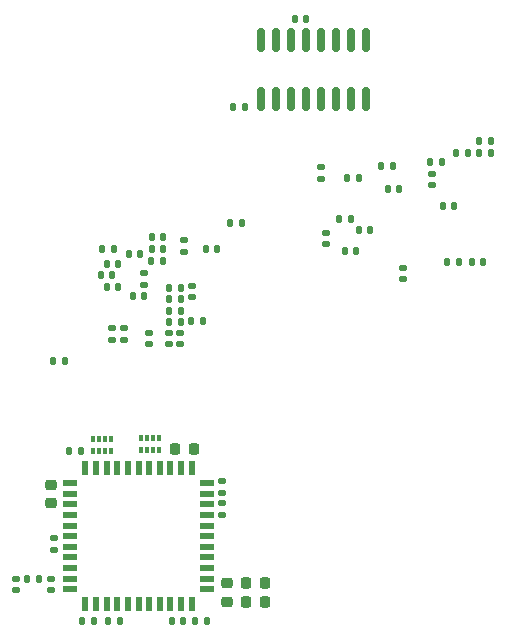
<source format=gbr>
%TF.GenerationSoftware,KiCad,Pcbnew,8.0.2-1*%
%TF.CreationDate,2024-06-14T18:00:13+02:00*%
%TF.ProjectId,hardware,68617264-7761-4726-952e-6b696361645f,rev?*%
%TF.SameCoordinates,Original*%
%TF.FileFunction,Paste,Bot*%
%TF.FilePolarity,Positive*%
%FSLAX46Y46*%
G04 Gerber Fmt 4.6, Leading zero omitted, Abs format (unit mm)*
G04 Created by KiCad (PCBNEW 8.0.2-1) date 2024-06-14 18:00:13*
%MOMM*%
%LPD*%
G01*
G04 APERTURE LIST*
G04 Aperture macros list*
%AMRoundRect*
0 Rectangle with rounded corners*
0 $1 Rounding radius*
0 $2 $3 $4 $5 $6 $7 $8 $9 X,Y pos of 4 corners*
0 Add a 4 corners polygon primitive as box body*
4,1,4,$2,$3,$4,$5,$6,$7,$8,$9,$2,$3,0*
0 Add four circle primitives for the rounded corners*
1,1,$1+$1,$2,$3*
1,1,$1+$1,$4,$5*
1,1,$1+$1,$6,$7*
1,1,$1+$1,$8,$9*
0 Add four rect primitives between the rounded corners*
20,1,$1+$1,$2,$3,$4,$5,0*
20,1,$1+$1,$4,$5,$6,$7,0*
20,1,$1+$1,$6,$7,$8,$9,0*
20,1,$1+$1,$8,$9,$2,$3,0*%
G04 Aperture macros list end*
%ADD10RoundRect,0.140000X-0.170000X0.140000X-0.170000X-0.140000X0.170000X-0.140000X0.170000X0.140000X0*%
%ADD11RoundRect,0.140000X0.140000X0.170000X-0.140000X0.170000X-0.140000X-0.170000X0.140000X-0.170000X0*%
%ADD12RoundRect,0.140000X0.170000X-0.140000X0.170000X0.140000X-0.170000X0.140000X-0.170000X-0.140000X0*%
%ADD13RoundRect,0.140000X-0.140000X-0.170000X0.140000X-0.170000X0.140000X0.170000X-0.140000X0.170000X0*%
%ADD14RoundRect,0.135000X0.135000X0.185000X-0.135000X0.185000X-0.135000X-0.185000X0.135000X-0.185000X0*%
%ADD15RoundRect,0.135000X-0.135000X-0.185000X0.135000X-0.185000X0.135000X0.185000X-0.135000X0.185000X0*%
%ADD16RoundRect,0.225000X-0.225000X-0.250000X0.225000X-0.250000X0.225000X0.250000X-0.225000X0.250000X0*%
%ADD17RoundRect,0.218750X0.256250X-0.218750X0.256250X0.218750X-0.256250X0.218750X-0.256250X-0.218750X0*%
%ADD18R,1.300000X0.500000*%
%ADD19R,0.500000X1.300000*%
%ADD20R,0.400000X0.500000*%
%ADD21R,0.300000X0.500000*%
%ADD22RoundRect,0.135000X-0.185000X0.135000X-0.185000X-0.135000X0.185000X-0.135000X0.185000X0.135000X0*%
%ADD23RoundRect,0.225000X0.225000X0.250000X-0.225000X0.250000X-0.225000X-0.250000X0.225000X-0.250000X0*%
%ADD24RoundRect,0.150000X-0.150000X0.825000X-0.150000X-0.825000X0.150000X-0.825000X0.150000X0.825000X0*%
%ADD25RoundRect,0.225000X0.250000X-0.225000X0.250000X0.225000X-0.250000X0.225000X-0.250000X-0.225000X0*%
%ADD26RoundRect,0.135000X0.185000X-0.135000X0.185000X0.135000X-0.185000X0.135000X-0.185000X-0.135000X0*%
G04 APERTURE END LIST*
D10*
%TO.C,C2*%
X137579100Y-98135500D03*
X137579100Y-99095500D03*
%TD*%
%TO.C,C31*%
X113157000Y-106568300D03*
X113157000Y-107528300D03*
%TD*%
D11*
%TO.C,C38*%
X116253200Y-110693200D03*
X115293200Y-110693200D03*
%TD*%
%TO.C,C42*%
X116265900Y-108775500D03*
X115305900Y-108775500D03*
%TD*%
D12*
%TO.C,C43*%
X115303300Y-112575280D03*
X115303300Y-111615280D03*
%TD*%
D11*
%TO.C,C48*%
X118117560Y-110637320D03*
X117157560Y-110637320D03*
%TD*%
D13*
%TO.C,C53*%
X112219800Y-108483400D03*
X113179800Y-108483400D03*
%TD*%
D11*
%TO.C,C54*%
X116253200Y-109753400D03*
X115293200Y-109753400D03*
%TD*%
%TO.C,C55*%
X114767300Y-103517700D03*
X113807300Y-103517700D03*
%TD*%
D13*
%TO.C,C59*%
X111902300Y-104927400D03*
X112862300Y-104927400D03*
%TD*%
D12*
%TO.C,C64*%
X116560600Y-104747000D03*
X116560600Y-103787000D03*
%TD*%
D11*
%TO.C,C66*%
X110970000Y-107721400D03*
X110010000Y-107721400D03*
%TD*%
%TO.C,C67*%
X116265900Y-107784900D03*
X115305900Y-107784900D03*
%TD*%
D12*
%TO.C,C68*%
X111467900Y-112176500D03*
X111467900Y-111216500D03*
%TD*%
D11*
%TO.C,C69*%
X110970000Y-105740200D03*
X110010000Y-105740200D03*
%TD*%
D12*
%TO.C,C70*%
X110490000Y-112176500D03*
X110490000Y-111216500D03*
%TD*%
D13*
%TO.C,C75*%
X141544100Y-96405700D03*
X142504100Y-96405700D03*
%TD*%
%TO.C,C76*%
X139613700Y-96405700D03*
X140573700Y-96405700D03*
%TD*%
%TO.C,C77*%
X137391200Y-97180400D03*
X138351200Y-97180400D03*
%TD*%
%TO.C,C78*%
X141544100Y-95351600D03*
X142504100Y-95351600D03*
%TD*%
D11*
%TO.C,C79*%
X134782500Y-99402900D03*
X133822500Y-99402900D03*
%TD*%
%TO.C,C80*%
X134211000Y-97447100D03*
X133251000Y-97447100D03*
%TD*%
D13*
%TO.C,C82*%
X138458000Y-100888800D03*
X139418000Y-100888800D03*
%TD*%
D11*
%TO.C,C85*%
X132306000Y-102882700D03*
X131346000Y-102882700D03*
%TD*%
%TO.C,C86*%
X131122360Y-104653080D03*
X130162360Y-104653080D03*
%TD*%
D12*
%TO.C,C87*%
X128562100Y-104073900D03*
X128562100Y-103113900D03*
%TD*%
D13*
%TO.C,C89*%
X140931960Y-105628440D03*
X141891960Y-105628440D03*
%TD*%
%TO.C,C90*%
X129695000Y-101942900D03*
X130655000Y-101942900D03*
%TD*%
%TO.C,C91*%
X138839000Y-105613200D03*
X139799000Y-105613200D03*
%TD*%
D12*
%TO.C,C92*%
X128130300Y-98559500D03*
X128130300Y-97599500D03*
%TD*%
D11*
%TO.C,C99*%
X110462000Y-106730800D03*
X109502000Y-106730800D03*
%TD*%
D14*
%TO.C,R30*%
X110593600Y-104470200D03*
X109573600Y-104470200D03*
%TD*%
D11*
%TO.C,C74*%
X131340800Y-98501200D03*
X130380800Y-98501200D03*
%TD*%
D12*
%TO.C,C40*%
X116248180Y-112575280D03*
X116248180Y-111615280D03*
%TD*%
%TO.C,C56*%
X113576100Y-112567600D03*
X113576100Y-111607600D03*
%TD*%
D11*
%TO.C,C73*%
X119380000Y-104500000D03*
X118420000Y-104500000D03*
%TD*%
%TO.C,C65*%
X114767300Y-104533700D03*
X113807300Y-104533700D03*
%TD*%
D14*
%TO.C,R26*%
X114810000Y-105524300D03*
X113790000Y-105524300D03*
%TD*%
D10*
%TO.C,C32*%
X135128000Y-106111100D03*
X135128000Y-107071100D03*
%TD*%
%TO.C,C37*%
X117200000Y-107620000D03*
X117200000Y-108580000D03*
%TD*%
D15*
%TO.C,R6*%
X120429560Y-102280720D03*
X121449560Y-102280720D03*
%TD*%
D16*
%TO.C,C46*%
X121825000Y-134400000D03*
X123375000Y-134400000D03*
%TD*%
D13*
%TO.C,C49*%
X125920000Y-85000000D03*
X126880000Y-85000000D03*
%TD*%
D17*
%TO.C,L5*%
X120200000Y-134387500D03*
X120200000Y-132812500D03*
%TD*%
D18*
%TO.C,U8*%
X106925000Y-133325000D03*
X106925000Y-132425000D03*
X106925000Y-131525000D03*
X106925000Y-130625000D03*
X106925000Y-129725000D03*
X106925000Y-128825000D03*
X106925000Y-127925000D03*
X106925000Y-127025000D03*
X106925000Y-126125000D03*
X106925000Y-125225000D03*
X106925000Y-124325000D03*
D19*
X108200000Y-123050000D03*
X109100000Y-123050000D03*
X110000000Y-123050000D03*
X110900000Y-123050000D03*
X111800000Y-123050000D03*
X112700000Y-123050000D03*
X113600000Y-123050000D03*
X114500000Y-123050000D03*
X115400000Y-123050000D03*
X116300000Y-123050000D03*
X117200000Y-123050000D03*
D18*
X118475000Y-124325000D03*
X118475000Y-125225000D03*
X118475000Y-126125000D03*
X118475000Y-127025000D03*
X118475000Y-127925000D03*
X118475000Y-128825000D03*
X118475000Y-129725000D03*
X118475000Y-130625000D03*
X118475000Y-131525000D03*
X118475000Y-132425000D03*
X118475000Y-133325000D03*
D19*
X117200000Y-134600000D03*
X116300000Y-134600000D03*
X115400000Y-134600000D03*
X114500000Y-134600000D03*
X113600000Y-134600000D03*
X112700000Y-134600000D03*
X111800000Y-134600000D03*
X110900000Y-134600000D03*
X110000000Y-134600000D03*
X109100000Y-134600000D03*
X108200000Y-134600000D03*
%TD*%
D11*
%TO.C,C44*%
X116480000Y-136000000D03*
X115520000Y-136000000D03*
%TD*%
D14*
%TO.C,R33*%
X111110000Y-136000000D03*
X110090000Y-136000000D03*
%TD*%
D20*
%TO.C,RN1*%
X114425000Y-121525000D03*
D21*
X113925000Y-121525000D03*
X113425000Y-121525000D03*
D20*
X112925000Y-121525000D03*
X112925000Y-120525000D03*
D21*
X113425000Y-120525000D03*
X113925000Y-120525000D03*
D20*
X114425000Y-120525000D03*
%TD*%
D22*
%TO.C,R38*%
X119765000Y-124115000D03*
X119765000Y-125135000D03*
%TD*%
D23*
%TO.C,C45*%
X117372756Y-121425000D03*
X115822756Y-121425000D03*
%TD*%
D15*
%TO.C,R37*%
X117490000Y-136000000D03*
X118510000Y-136000000D03*
%TD*%
D24*
%TO.C,U10*%
X123055000Y-86825000D03*
X124325000Y-86825000D03*
X125595000Y-86825000D03*
X126865000Y-86825000D03*
X128135000Y-86825000D03*
X129405000Y-86825000D03*
X130675000Y-86825000D03*
X131945000Y-86825000D03*
X131945000Y-91775000D03*
X130675000Y-91775000D03*
X129405000Y-91775000D03*
X128135000Y-91775000D03*
X126865000Y-91775000D03*
X125595000Y-91775000D03*
X124325000Y-91775000D03*
X123055000Y-91775000D03*
%TD*%
D22*
%TO.C,R39*%
X119757244Y-126022244D03*
X119757244Y-127042244D03*
%TD*%
D10*
%TO.C,C39*%
X105300000Y-132440000D03*
X105300000Y-133400000D03*
%TD*%
D16*
%TO.C,C47*%
X121825000Y-132800000D03*
X123375000Y-132800000D03*
%TD*%
D25*
%TO.C,C41*%
X105275000Y-126050000D03*
X105275000Y-124500000D03*
%TD*%
D15*
%TO.C,R35*%
X103290000Y-132480000D03*
X104310000Y-132480000D03*
%TD*%
D13*
%TO.C,C50*%
X120720000Y-92500000D03*
X121680000Y-92500000D03*
%TD*%
D10*
%TO.C,C36*%
X102300000Y-132420000D03*
X102300000Y-133380000D03*
%TD*%
D15*
%TO.C,R40*%
X106790000Y-121600000D03*
X107810000Y-121600000D03*
%TD*%
%TO.C,R36*%
X107890000Y-136000000D03*
X108910000Y-136000000D03*
%TD*%
D14*
%TO.C,R23*%
X106510000Y-114000000D03*
X105490000Y-114000000D03*
%TD*%
D20*
%TO.C,RN2*%
X110375000Y-121625000D03*
D21*
X109875000Y-121625000D03*
X109375000Y-121625000D03*
D20*
X108875000Y-121625000D03*
X108875000Y-120625000D03*
D21*
X109375000Y-120625000D03*
X109875000Y-120625000D03*
D20*
X110375000Y-120625000D03*
%TD*%
D26*
%TO.C,R34*%
X105565000Y-130025000D03*
X105565000Y-129005000D03*
%TD*%
M02*

</source>
